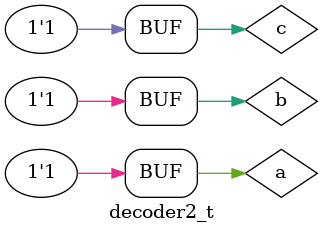
<source format=v>
`timescale 1ns / 1ps


module decoder2_t;
	reg a;	reg b;	reg c;
	wire d0; wire d1; wire d2; wire d3; wire d4; wire d5; wire d6; wire d7;
    decoder2 uut (.a(a), .b(b), .c(c), .d0(d0), .d1(d1), .d2(d2),
                  .d3(d3), .d4(d4), .d5(d5), .d6(d6), .d7(d7));
    initial begin
    #100 a=0; b=0; c=0;
    #100 a=0; b=0; c=1;
    #100 a=0; b=1; c=0;
    #100 a=0; b=1; c=1;
    #100 a=1; b=0; c=0;
    #100 a=1; b=0; c=1;
    #100 a=1; b=1; c=0;
    #100 a=1; b=1; c=1;
    end
endmodule

</source>
